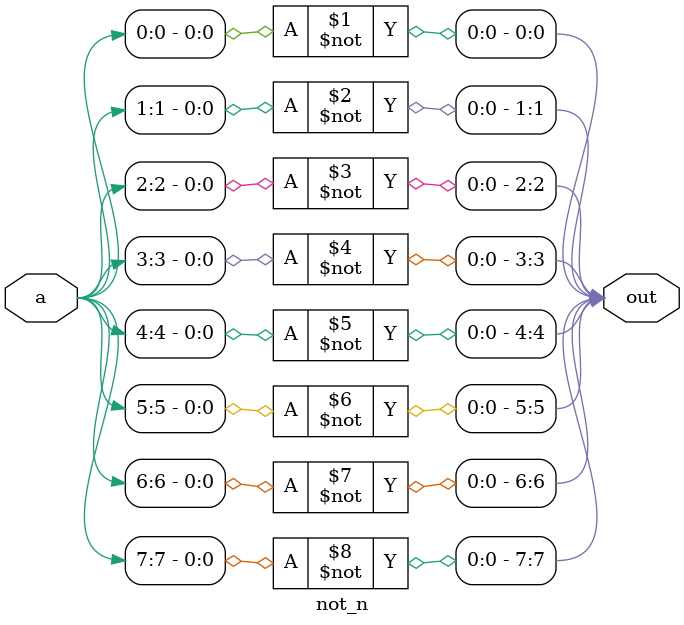
<source format=v>
`timescale 1ns / 1ps


module not_n #(parameter N = 8)(out, a);
    input [N-1:0] a;
    output [N-1:0] out;
    
    genvar i;
    generate
        for (i = 0; i < N; i = i + 1) begin : not_gen //
            not n_gate(out[i], a[i]);
        end
    endgenerate
    
endmodule

</source>
